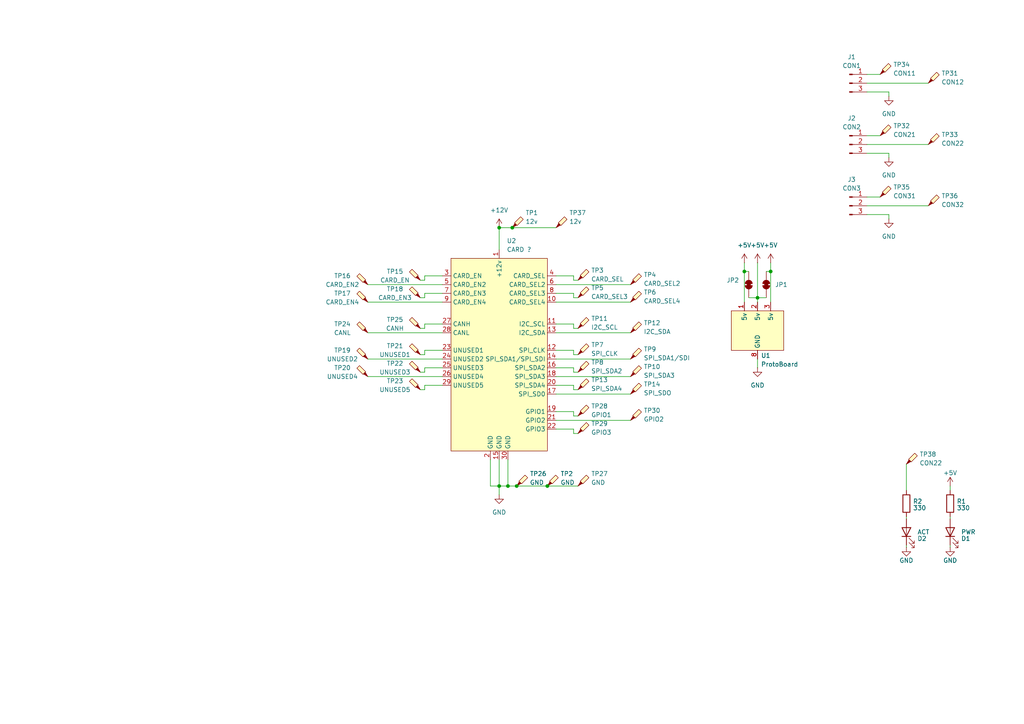
<source format=kicad_sch>
(kicad_sch (version 20231120) (generator "eeschema") (generator_version "8.0")
  (paper "A4")
  (title_block (title "Test/Dev Card") (date "${ISSUE}") (rev "${FULL_REVISION}") (company "Kitsune Scientific"))
  (lib_symbols
    (symbol "Connector:Conn_01x03_Pin" (pin_names (offset 1.016) hide)
      (property "Reference" "J" (at 0 5.08 0))
      (property "Value" "Conn_01x03_Pin" (at 0 -5.08 0))
      (symbol "Conn_01x03_Pin_1_1"
        (polyline (pts (xy 1.27 -2.54) (xy 0.8636 -2.54)) (stroke (width 0.1524)))
        (polyline (pts (xy 1.27 0) (xy 0.8636 0)) (stroke (width 0.1524)))
        (polyline (pts (xy 1.27 2.54) (xy 0.8636 2.54)) (stroke (width 0.1524)))
        (rectangle (start 0.8636 -2.413) (end 0 -2.667) (stroke (width 0.1524)) (fill (type outline)))
        (rectangle (start 0.8636 0.127) (end 0 -0.127) (stroke (width 0.1524)) (fill (type outline)))
        (rectangle (start 0.8636 2.667) (end 0 2.413) (stroke (width 0.1524)) (fill (type outline)))
        (pin passive line (at 5.08 2.54 180) (length 3.81) (name "Pin_1") (number "1"))
        (pin passive line (at 5.08 0 180) (length 3.81) (name "Pin_2") (number "2"))
        (pin passive line (at 5.08 -2.54 180) (length 3.81) (name "Pin_3") (number "3"))
      )
    )
    (symbol "Connector:TestPoint_Probe" (pin_numbers hide) (pin_names (offset 0.762) hide)
      (property "Reference" "TP" (at 1.651 5.842 0))
      (property "Value" "TestPoint_Probe" (at 1.651 4.064 0))
      (symbol "TestPoint_Probe_0_1"
        (polyline (pts (xy 1.27 0.762) (xy 0 0) (xy 0.762 1.27) (xy 1.27 0.762)) (fill (type outline)))
        (polyline (pts (xy 1.397 0.635) (xy 0.635 1.397) (xy 2.413 3.175) (xy 3.175 2.413) (xy 1.397 0.635)) (fill (type background)))
      )
      (symbol "TestPoint_Probe_1_1"
        (pin passive line (at 0 0 90) (length 0) (name "1") (number "1"))
      )
    )
    (symbol "DevCard:ProtoBoard"
      (property "Reference" "U" (at 6.858 11.176 0))
      (property "Value" "ProtoBoard" (at 5.842 -2.54 0))
      (symbol "ProtoBoard_0_1"
        (rectangle (start -7.62 10.16) (end 7.62 -1.27) (fill (type background)))
      )
      (symbol "ProtoBoard_1_1"
        (pin power_in line (at -3.81 12.7 270) (length 2.54) (name "5v") (number "1"))
        (pin power_in line (at 0 12.7 270) (length 2.54) (name "5v") (number "2"))
        (pin power_in line (at 3.81 12.7 270) (length 2.54) (name "5v") (number "3"))
        (pin power_in line (at 0 -3.81 90) (length 2.54) (name "GND") (number "8"))
      )
    )
    (symbol "Device:LED" (pin_numbers hide) (pin_names (offset 1.016) hide)
      (property "Reference" "D" (at 0 2.54 0))
      (property "Value" "LED" (at 0 -2.54 0))
      (symbol "LED_0_1"
        (polyline (pts (xy -1.27 -1.27) (xy -1.27 1.27)) (stroke (width 0.254)))
        (polyline (pts (xy -1.27 0) (xy 1.27 0)))
        (polyline (pts (xy 1.27 -1.27) (xy 1.27 1.27) (xy -1.27 0) (xy 1.27 -1.27)) (stroke (width 0.254)))
        (polyline (pts (xy -3.048 -0.762) (xy -4.572 -2.286) (xy -3.81 -2.286) (xy -4.572 -2.286) (xy -4.572 -1.524)))
        (polyline (pts (xy -1.778 -0.762) (xy -3.302 -2.286) (xy -2.54 -2.286) (xy -3.302 -2.286) (xy -3.302 -1.524)))
      )
      (symbol "LED_1_1"
        (pin passive line (at -3.81 0 0) (length 2.54) (name "K") (number "1"))
        (pin passive line (at 3.81 0 180) (length 2.54) (name "A") (number "2"))
      )
    )
    (symbol "Device:R" (pin_numbers hide) (pin_names (offset 0))
      (property "Reference" "R" (at 2.032 0 90))
      (property "Value" "R" (at 0 0 90))
      (symbol "R_0_1"
        (rectangle (start -1.016 -2.54) (end 1.016 2.54) (stroke (width 0.254)))
      )
      (symbol "R_1_1"
        (pin passive line (at 0 3.81 270) (length 1.27) (name "~") (number "1"))
        (pin passive line (at 0 -3.81 90) (length 1.27) (name "~") (number "2"))
      )
    )
    (symbol "Jumper:SolderJumper_2_Bridged" (pin_numbers hide) (pin_names (offset 0) hide) (exclude_from_sim yes) (in_bom no)
      (property "Reference" "JP" (at 0 2.032 0))
      (property "Value" "SolderJumper_2_Bridged" (at 0 -2.54 0))
      (symbol "SolderJumper_2_Bridged_0_1"
        (rectangle (start -0.508 0.508) (end 0.508 -0.508) (fill (type outline)))
        (arc (start -0.254 1.016) (mid -1.2656 0) (end -0.254 -1.016))
        (arc (start -0.254 1.016) (mid -1.2656 0) (end -0.254 -1.016) (fill (type outline)))
        (polyline (pts (xy -0.254 1.016) (xy -0.254 -1.016)))
        (polyline (pts (xy 0.254 1.016) (xy 0.254 -1.016)))
        (arc (start 0.254 -1.016) (mid 1.2656 0) (end 0.254 1.016))
        (arc (start 0.254 -1.016) (mid 1.2656 0) (end 0.254 1.016) (fill (type outline)))
      )
      (symbol "SolderJumper_2_Bridged_1_1"
        (pin passive line (at -3.81 0 0) (length 2.54) (name "A") (number "1"))
        (pin passive line (at 3.81 0 180) (length 2.54) (name "B") (number "2"))
      )
    )
    (symbol "KenwoodFox:KIT_CONNECTOR"
      (property "Reference" "U" (at 12.7 -41.91 0))
      (property "Value" "CARD ?" (at 10.16 16.51 0))
      (symbol "KIT_CONNECTOR_1_1"
        (rectangle (start -13.97 15.24) (end 13.97 -40.64) (fill (type background)))
        (pin power_out line (at 0 17.78 270) (length 2.54) (name "+12v") (number "1"))
        (pin unspecified line (at 16.51 2.54 180) (length 2.54) (name "CARD_SEL4") (number "10"))
        (pin unspecified line (at 16.51 -3.81 180) (length 2.54) (name "I2C_SCL") (number "11"))
        (pin unspecified line (at 16.51 -11.43 180) (length 2.54) (name "SPI_CLK") (number "12"))
        (pin unspecified line (at 16.51 -6.35 180) (length 2.54) (name "I2C_SDA") (number "13"))
        (pin unspecified line (at 16.51 -13.97 180) (length 2.54) (name "SPI_SDA1/SPI_SDI") (number "14"))
        (pin power_out line (at 0 -43.18 90) (length 2.54) (name "GND") (number "15"))
        (pin unspecified line (at 16.51 -16.51 180) (length 2.54) (name "SPI_SDA2") (number "16"))
        (pin unspecified line (at 16.51 -24.13 180) (length 2.54) (name "SPI_SD0") (number "17"))
        (pin unspecified line (at 16.51 -19.05 180) (length 2.54) (name "SPI_SDA3") (number "18"))
        (pin unspecified line (at 16.51 -29.21 180) (length 2.54) (name "GPIO1") (number "19"))
        (pin power_out line (at -2.54 -43.18 90) (length 2.54) (name "GND") (number "2"))
        (pin unspecified line (at 16.51 -21.59 180) (length 2.54) (name "SPI_SDA4") (number "20"))
        (pin unspecified line (at 16.51 -31.75 180) (length 2.54) (name "GPIO2") (number "21"))
        (pin unspecified line (at 16.51 -34.29 180) (length 2.54) (name "GPIO3") (number "22"))
        (pin unspecified line (at -16.51 -11.43 0) (length 2.54) (name "UNUSED1") (number "23"))
        (pin unspecified line (at -16.51 -13.97 0) (length 2.54) (name "UNUSED2") (number "24"))
        (pin unspecified line (at -16.51 -16.51 0) (length 2.54) (name "UNUSED3") (number "25"))
        (pin unspecified line (at -16.51 -19.05 0) (length 2.54) (name "UNUSED4") (number "26"))
        (pin unspecified line (at -16.51 -3.81 0) (length 2.54) (name "CANH") (number "27"))
        (pin unspecified line (at -16.51 -6.35 0) (length 2.54) (name "CANL") (number "28"))
        (pin unspecified line (at -16.51 -21.59 0) (length 2.54) (name "UNUSED5") (number "29"))
        (pin unspecified line (at -16.51 10.16 0) (length 2.54) (name "CARD_EN") (number "3"))
        (pin power_out line (at 2.54 -43.18 90) (length 2.54) (name "GND") (number "30"))
        (pin unspecified line (at 16.51 10.16 180) (length 2.54) (name "CARD_SEL") (number "4"))
        (pin unspecified line (at -16.51 7.62 0) (length 2.54) (name "CARD_EN2") (number "5"))
        (pin unspecified line (at 16.51 7.62 180) (length 2.54) (name "CARD_SEL2") (number "6"))
        (pin unspecified line (at -16.51 5.08 0) (length 2.54) (name "CARD_EN3") (number "7"))
        (pin unspecified line (at 16.51 5.08 180) (length 2.54) (name "CARD_SEL3") (number "8"))
        (pin unspecified line (at -16.51 2.54 0) (length 2.54) (name "CARD_EN4") (number "9"))
      )
    )
    (symbol "power:+12V" (power) (pin_numbers hide) (pin_names (offset 0) hide)
      (property "Value" "+12V" (at 0 3.556 0))
      (symbol "+12V_0_1"
        (polyline (pts (xy -0.762 1.27) (xy 0 2.54)))
        (polyline (pts (xy 0 0) (xy 0 2.54)))
        (polyline (pts (xy 0 2.54) (xy 0.762 1.27)))
      )
      (symbol "+12V_1_1"
        (pin power_in line (at 0 0 90) (length 0) (name "~") (number "1"))
      )
    )
    (symbol "power:+5V" (power) (pin_numbers hide) (pin_names (offset 0) hide)
      (property "Value" "+5V" (at 0 3.556 0))
      (symbol "+5V_0_1"
        (polyline (pts (xy -0.762 1.27) (xy 0 2.54)))
        (polyline (pts (xy 0 0) (xy 0 2.54)))
        (polyline (pts (xy 0 2.54) (xy 0.762 1.27)))
      )
      (symbol "+5V_1_1"
        (pin power_in line (at 0 0 90) (length 0) (name "~") (number "1"))
      )
    )
    (symbol "power:GND" (power) (pin_numbers hide) (pin_names (offset 0) hide)
      (property "Value" "GND" (at 0 -3.81 0))
      (symbol "GND_0_1"
        (polyline (pts (xy 0 0) (xy 0 -1.27) (xy 1.27 -1.27) (xy 0 -2.54) (xy -1.27 -1.27) (xy 0 -1.27)))
      )
      (symbol "GND_1_1"
        (pin power_in line (at 0 0 270) (length 0) (name "~") (number "1"))
      )
    )
  )
  (junction (at 219.71 86.36))
  (junction (at 147.32 140.97))
  (junction (at 158.75 140.97))
  (junction (at 149.86 140.97))
  (junction (at 215.9 78.74))
  (junction (at 148.59 66.04))
  (junction (at 223.52 78.74))
  (junction (at 144.78 66.04))
  (junction (at 144.78 140.97))
  (wire (pts (xy 166.37 85.09) (xy 161.29 85.09)))
  (wire (pts (xy 251.46 57.15) (xy 255.27 57.15)))
  (wire (pts (xy 257.81 45.72) (xy 257.81 44.45)))
  (wire (pts (xy 262.89 134.62) (xy 262.89 142.24)))
  (wire (pts (xy 123.19 93.98) (xy 128.27 93.98)))
  (wire (pts (xy 166.37 120.65) (xy 167.64 120.65)))
  (wire (pts (xy 251.46 21.59) (xy 255.27 21.59)))
  (wire (pts (xy 166.37 101.6) (xy 161.29 101.6)))
  (wire (pts (xy 123.19 106.68) (xy 128.27 106.68)))
  (wire (pts (xy 223.52 76.2) (xy 223.52 78.74)))
  (wire (pts (xy 166.37 113.03) (xy 166.37 111.76)))
  (wire (pts (xy 123.19 86.36) (xy 123.19 85.09)))
  (wire (pts (xy 161.29 114.3) (xy 182.88 114.3)))
  (wire (pts (xy 123.19 80.01) (xy 128.27 80.01)))
  (wire (pts (xy 106.68 87.63) (xy 128.27 87.63)))
  (wire (pts (xy 123.19 111.76) (xy 128.27 111.76)))
  (wire (pts (xy 257.81 26.67) (xy 251.46 26.67)))
  (wire (pts (xy 275.59 149.86) (xy 275.59 150.495)))
  (wire (pts (xy 166.37 102.87) (xy 167.64 102.87)))
  (wire (pts (xy 166.37 86.36) (xy 167.64 86.36)))
  (wire (pts (xy 161.29 104.14) (xy 182.88 104.14)))
  (wire (pts (xy 142.24 140.97) (xy 144.78 140.97)))
  (wire (pts (xy 144.78 140.97) (xy 147.32 140.97)))
  (wire (pts (xy 123.19 85.09) (xy 128.27 85.09)))
  (wire (pts (xy 121.92 107.95) (xy 123.19 107.95)))
  (wire (pts (xy 251.46 39.37) (xy 255.27 39.37)))
  (wire (pts (xy 142.24 133.35) (xy 142.24 140.97)))
  (wire (pts (xy 166.37 125.73) (xy 167.64 125.73)))
  (wire (pts (xy 123.19 101.6) (xy 128.27 101.6)))
  (wire (pts (xy 166.37 81.28) (xy 167.64 81.28)))
  (wire (pts (xy 121.92 102.87) (xy 123.19 102.87)))
  (wire (pts (xy 257.81 44.45) (xy 251.46 44.45)))
  (wire (pts (xy 161.29 121.92) (xy 182.88 121.92)))
  (wire (pts (xy 257.81 62.23) (xy 251.46 62.23)))
  (wire (pts (xy 106.68 96.52) (xy 128.27 96.52)))
  (wire (pts (xy 215.9 78.74) (xy 217.17 78.74)))
  (wire (pts (xy 166.37 111.76) (xy 161.29 111.76)))
  (wire (pts (xy 166.37 107.95) (xy 167.64 107.95)))
  (wire (pts (xy 161.29 87.63) (xy 182.88 87.63)))
  (wire (pts (xy 166.37 86.36) (xy 166.37 85.09)))
  (wire (pts (xy 121.92 81.28) (xy 123.19 81.28)))
  (wire (pts (xy 166.37 107.95) (xy 166.37 106.68)))
  (wire (pts (xy 166.37 125.73) (xy 166.37 124.46)))
  (wire (pts (xy 149.86 140.97) (xy 158.75 140.97)))
  (wire (pts (xy 106.68 82.55) (xy 128.27 82.55)))
  (wire (pts (xy 166.37 102.87) (xy 166.37 101.6)))
  (wire (pts (xy 215.9 76.2) (xy 215.9 78.74)))
  (wire (pts (xy 123.19 113.03) (xy 123.19 111.76)))
  (wire (pts (xy 262.89 149.86) (xy 262.89 150.495)))
  (wire (pts (xy 121.92 86.36) (xy 123.19 86.36)))
  (wire (pts (xy 257.81 27.94) (xy 257.81 26.67)))
  (wire (pts (xy 166.37 120.65) (xy 166.37 119.38)))
  (wire (pts (xy 123.19 81.28) (xy 123.19 80.01)))
  (wire (pts (xy 123.19 102.87) (xy 123.19 101.6)))
  (wire (pts (xy 275.59 158.115) (xy 275.59 158.75)))
  (wire (pts (xy 219.71 86.36) (xy 219.71 87.63)))
  (wire (pts (xy 121.92 113.03) (xy 123.19 113.03)))
  (wire (pts (xy 158.75 140.97) (xy 167.64 140.97)))
  (wire (pts (xy 166.37 124.46) (xy 161.29 124.46)))
  (wire (pts (xy 251.46 41.91) (xy 269.24 41.91)))
  (wire (pts (xy 219.71 76.2) (xy 219.71 86.36)))
  (wire (pts (xy 166.37 81.28) (xy 166.37 80.01)))
  (wire (pts (xy 123.19 107.95) (xy 123.19 106.68)))
  (wire (pts (xy 166.37 119.38) (xy 161.29 119.38)))
  (wire (pts (xy 161.29 96.52) (xy 182.88 96.52)))
  (wire (pts (xy 123.19 95.25) (xy 123.19 93.98)))
  (wire (pts (xy 106.68 104.14) (xy 128.27 104.14)))
  (wire (pts (xy 147.32 133.35) (xy 147.32 140.97)))
  (wire (pts (xy 121.92 95.25) (xy 123.19 95.25)))
  (wire (pts (xy 217.17 86.36) (xy 219.71 86.36)))
  (wire (pts (xy 215.9 78.74) (xy 215.9 87.63)))
  (wire (pts (xy 223.52 78.74) (xy 223.52 87.63)))
  (wire (pts (xy 161.29 109.22) (xy 182.88 109.22)))
  (wire (pts (xy 275.59 140.97) (xy 275.59 142.24)))
  (wire (pts (xy 166.37 106.68) (xy 161.29 106.68)))
  (wire (pts (xy 148.59 66.04) (xy 161.29 66.04)))
  (wire (pts (xy 147.32 140.97) (xy 149.86 140.97)))
  (wire (pts (xy 257.81 63.5) (xy 257.81 62.23)))
  (wire (pts (xy 166.37 95.25) (xy 167.64 95.25)))
  (wire (pts (xy 144.78 140.97) (xy 144.78 143.51)))
  (wire (pts (xy 166.37 93.98) (xy 161.29 93.98)))
  (wire (pts (xy 219.71 104.14) (xy 219.71 106.68)))
  (wire (pts (xy 106.68 109.22) (xy 128.27 109.22)))
  (wire (pts (xy 251.46 59.69) (xy 269.24 59.69)))
  (wire (pts (xy 166.37 95.25) (xy 166.37 93.98)))
  (wire (pts (xy 219.71 86.36) (xy 222.25 86.36)))
  (wire (pts (xy 148.59 66.04) (xy 144.78 66.04)))
  (wire (pts (xy 222.25 78.74) (xy 223.52 78.74)))
  (wire (pts (xy 166.37 80.01) (xy 161.29 80.01)))
  (wire (pts (xy 166.37 113.03) (xy 167.64 113.03)))
  (wire (pts (xy 262.89 158.115) (xy 262.89 158.75)))
  (wire (pts (xy 251.46 24.13) (xy 269.24 24.13)))
  (wire (pts (xy 144.78 133.35) (xy 144.78 140.97)))
  (wire (pts (xy 161.29 82.55) (xy 182.88 82.55)))
  (wire (pts (xy 144.78 72.39) (xy 144.78 66.04)))
  (symbol (lib_id "Connector:TestPoint_Probe") (at 106.68 82.55 90) (unit 1)
    (property "Reference" "TP16" (at 99.314 80.01 90))
    (property "Value" "CARD_EN2" (at 99.314 82.55 90))
    (property "Footprint" "TestPoint:TestPoint_Bridge_Pitch2.54mm_Drill1.0mm" (effects (hide yes)))
    (property "Description" "test point (alternative probe-style design)" (effects (hide yes)))
  )
  (symbol (lib_id "Connector:TestPoint_Probe") (at 167.64 120.65 0) (unit 1)
    (property "Reference" "TP28" (at 171.45 117.7924 0) (effects (justify left)))
    (property "Value" "GPIO1" (at 171.45 120.3324 0) (effects (justify left)))
    (property "Footprint" "TestPoint:TestPoint_Bridge_Pitch2.54mm_Drill1.0mm" (effects (hide yes)))
    (property "Description" "test point (alternative probe-style design)" (effects (hide yes)))
  )
  (symbol (lib_id "Connector:TestPoint_Probe") (at 167.64 81.28 0) (unit 1)
    (property "Reference" "TP3" (at 171.45 78.4224 0) (effects (justify left)))
    (property "Value" "CARD_SEL" (at 171.45 80.9624 0) (effects (justify left)))
    (property "Footprint" "TestPoint:TestPoint_Bridge_Pitch2.54mm_Drill1.0mm" (effects (hide yes)))
    (property "Description" "test point (alternative probe-style design)" (effects (hide yes)))
  )
  (symbol (lib_id "Connector:TestPoint_Probe") (at 182.88 109.22 0) (unit 1)
    (property "Reference" "TP10" (at 186.69 106.3624 0) (effects (justify left)))
    (property "Value" "SPI_SDA3" (at 186.69 108.9024 0) (effects (justify left)))
    (property "Footprint" "TestPoint:TestPoint_Bridge_Pitch2.54mm_Drill1.0mm" (effects (hide yes)))
    (property "Description" "test point (alternative probe-style design)" (effects (hide yes)))
  )
  (symbol (lib_id "Connector:TestPoint_Probe") (at 167.64 140.97 0) (unit 1)
    (property "Reference" "TP27" (at 171.45 137.414 0) (effects (justify left)))
    (property "Value" "GND" (at 171.45 139.954 0) (effects (justify left)))
    (property "Footprint" "TestPoint:TestPoint_Bridge_Pitch2.54mm_Drill1.0mm" (effects (hide yes)))
    (property "Description" "test point (alternative probe-style design)" (effects (hide yes)))
  )
  (symbol (lib_id "Connector:TestPoint_Probe") (at 182.88 96.52 0) (unit 1)
    (property "Reference" "TP12" (at 186.69 93.6624 0) (effects (justify left)))
    (property "Value" "I2C_SDA" (at 186.69 96.2024 0) (effects (justify left)))
    (property "Footprint" "TestPoint:TestPoint_Bridge_Pitch2.54mm_Drill1.0mm" (effects (hide yes)))
    (property "Description" "test point (alternative probe-style design)" (effects (hide yes)))
  )
  (symbol (lib_id "Device:LED") (at 262.89 154.305 90) (unit 1)
    (property "Reference" "D2" (at 266.065 156.21 90) (effects (justify right)))
    (property "Value" "ACT" (at 266.065 154.305 90) (effects (justify right)))
    (property "Footprint" "LED_THT:LED_D3.0mm_Horizontal_O1.27mm_Z2.0mm" (effects (hide yes)))
  )
  (symbol (lib_id "power:GND") (at 144.78 143.51 0) (unit 1)
    (property "Reference" "#PWR01" (effects (hide yes)))
    (property "Value" "GND" (at 144.78 148.59 0))
    (property "Description" "Power symbol creates a global label with name \"GND\" , ground" (effects (hide yes)))
  )
  (symbol (lib_id "power:GND") (at 257.81 45.72 0) (unit 1)
    (property "Reference" "#PWR07" (effects (hide yes)))
    (property "Value" "GND" (at 257.81 50.8 0))
    (property "Description" "Power symbol creates a global label with name \"GND\" , ground" (effects (hide yes)))
  )
  (symbol (lib_id "Connector:TestPoint_Probe") (at 121.92 81.28 90) (unit 1)
    (property "Reference" "TP15" (at 114.554 78.74 90))
    (property "Value" "CARD_EN" (at 114.554 81.28 90))
    (property "Footprint" "TestPoint:TestPoint_Bridge_Pitch2.54mm_Drill1.0mm" (effects (hide yes)))
    (property "Description" "test point (alternative probe-style design)" (effects (hide yes)))
  )
  (symbol (lib_id "power:+5V") (at 219.71 76.2 0) (unit 1)
    (property "Reference" "#PWR04" (effects (hide yes)))
    (property "Value" "+5V" (at 219.71 71.12 0))
    (property "Description" "Power symbol creates a global label with name \"+5V\"" (effects (hide yes)))
  )
  (symbol (lib_id "KenwoodFox:KIT_CONNECTOR") (at 144.78 90.17 0) (unit 1)
    (property "Reference" "U2" (at 146.9741 69.85 0) (effects (justify left)))
    (property "Value" "CARD ?" (at 146.9741 72.39 0) (effects (justify left)))
    (property "Footprint" "KenwoodFox:Lewis_Card_Connector" (effects (hide yes)))
  )
  (symbol (lib_id "Jumper:SolderJumper_2_Bridged") (at 222.25 82.55 90) (unit 1) (exclude_from_sim yes) (in_bom no)
    (property "Reference" "JP1" (at 224.79 82.5499 90) (effects (justify right)))
    (property "Value" "SolderJumper_2_Bridged" (effects (hide yes)))
    (property "Footprint" "Jumper:SolderJumper-2_P1.3mm_Bridged_Pad1.0x1.5mm" (effects (hide yes)))
    (property "Description" "Solder Jumper, 2-pole, closed/bridged" (effects (hide yes)))
  )
  (symbol (lib_id "Connector:TestPoint_Probe") (at 167.64 86.36 0) (unit 1)
    (property "Reference" "TP5" (at 171.45 83.5024 0) (effects (justify left)))
    (property "Value" "CARD_SEL3" (at 171.45 86.0424 0) (effects (justify left)))
    (property "Footprint" "TestPoint:TestPoint_Bridge_Pitch2.54mm_Drill1.0mm" (effects (hide yes)))
    (property "Description" "test point (alternative probe-style design)" (effects (hide yes)))
  )
  (symbol (lib_id "Connector:TestPoint_Probe") (at 121.92 102.87 90) (unit 1)
    (property "Reference" "TP21" (at 114.554 100.33 90))
    (property "Value" "UNUSED1" (at 114.554 102.87 90))
    (property "Footprint" "TestPoint:TestPoint_Bridge_Pitch2.54mm_Drill1.0mm" (effects (hide yes)))
    (property "Description" "test point (alternative probe-style design)" (effects (hide yes)))
  )
  (symbol (lib_id "Connector:TestPoint_Probe") (at 182.88 114.3 0) (unit 1)
    (property "Reference" "TP14" (at 186.69 111.4424 0) (effects (justify left)))
    (property "Value" "SPI_SDO" (at 186.69 113.9824 0) (effects (justify left)))
    (property "Footprint" "TestPoint:TestPoint_Bridge_Pitch2.54mm_Drill1.0mm" (effects (hide yes)))
    (property "Description" "test point (alternative probe-style design)" (effects (hide yes)))
  )
  (symbol (lib_id "DevCard:ProtoBoard") (at 219.71 100.33 0) (unit 1)
    (property "Reference" "U1" (at 220.726 103.124 0) (effects (justify left)))
    (property "Value" "ProtoBoard" (at 220.726 105.664 0) (effects (justify left)))
    (property "Footprint" "Dev_Card:ProtoBoardLayout" (effects (hide yes)))
  )
  (symbol (lib_id "Device:R") (at 262.89 146.05 180) (unit 1)
    (property "Reference" "R2" (at 264.795 145.415 0) (effects (justify right)))
    (property "Value" "330" (at 264.795 147.32 0) (effects (justify right)))
    (property "Footprint" "Resistor_SMD:R_0805_2012Metric" (effects (hide yes)))
  )
  (symbol (lib_id "Jumper:SolderJumper_2_Bridged") (at 217.17 82.55 90) (unit 1) (exclude_from_sim yes) (in_bom no)
    (property "Reference" "JP2" (at 214.376 81.28 90) (effects (justify left)))
    (property "Value" "SolderJumper_2_Bridged" (effects (hide yes)))
    (property "Footprint" "Jumper:SolderJumper-2_P1.3mm_Bridged_Pad1.0x1.5mm" (effects (hide yes)))
    (property "Description" "Solder Jumper, 2-pole, closed/bridged" (effects (hide yes)))
  )
  (symbol (lib_id "Connector:TestPoint_Probe") (at 269.24 24.13 0) (unit 1)
    (property "Reference" "TP31" (at 273.05 21.2724 0) (effects (justify left)))
    (property "Value" "CON12" (at 273.05 23.8124 0) (effects (justify left)))
    (property "Footprint" "TestPoint:TestPoint_Bridge_Pitch2.54mm_Drill1.0mm" (effects (hide yes)))
    (property "Description" "test point (alternative probe-style design)" (effects (hide yes)))
  )
  (symbol (lib_id "Connector:TestPoint_Probe") (at 106.68 96.52 90) (unit 1)
    (property "Reference" "TP24" (at 99.314 93.98 90))
    (property "Value" "CANL" (at 99.314 96.52 90))
    (property "Footprint" "TestPoint:TestPoint_Bridge_Pitch2.54mm_Drill1.0mm" (effects (hide yes)))
    (property "Description" "test point (alternative probe-style design)" (effects (hide yes)))
  )
  (symbol (lib_id "Connector:TestPoint_Probe") (at 106.68 87.63 90) (unit 1)
    (property "Reference" "TP17" (at 99.314 85.09 90))
    (property "Value" "CARD_EN4" (at 99.314 87.63 90))
    (property "Footprint" "TestPoint:TestPoint_Bridge_Pitch2.54mm_Drill1.0mm" (effects (hide yes)))
    (property "Description" "test point (alternative probe-style design)" (effects (hide yes)))
  )
  (symbol (lib_id "Connector:TestPoint_Probe") (at 262.89 134.62 0) (unit 1)
    (property "Reference" "TP38" (at 266.7 131.7624 0) (effects (justify left)))
    (property "Value" "CON22" (at 266.7 134.3024 0) (effects (justify left)))
    (property "Footprint" "TestPoint:TestPoint_Bridge_Pitch2.54mm_Drill1.0mm" (effects (hide yes)))
    (property "Description" "test point (alternative probe-style design)" (effects (hide yes)))
  )
  (symbol (lib_id "Connector:TestPoint_Probe") (at 121.92 86.36 90) (unit 1)
    (property "Reference" "TP18" (at 114.554 83.82 90))
    (property "Value" "CARD_EN3" (at 114.554 86.36 90))
    (property "Footprint" "TestPoint:TestPoint_Bridge_Pitch2.54mm_Drill1.0mm" (effects (hide yes)))
    (property "Description" "test point (alternative probe-style design)" (effects (hide yes)))
  )
  (symbol (lib_id "Connector:TestPoint_Probe") (at 167.64 113.03 0) (unit 1)
    (property "Reference" "TP13" (at 171.45 110.1724 0) (effects (justify left)))
    (property "Value" "SPI_SDA4" (at 171.45 112.7124 0) (effects (justify left)))
    (property "Footprint" "TestPoint:TestPoint_Bridge_Pitch2.54mm_Drill1.0mm" (effects (hide yes)))
    (property "Description" "test point (alternative probe-style design)" (effects (hide yes)))
  )
  (symbol (lib_id "Connector:TestPoint_Probe") (at 158.75 140.97 0) (unit 1)
    (property "Reference" "TP2" (at 162.56 137.414 0) (effects (justify left)))
    (property "Value" "GND" (at 162.56 139.954 0) (effects (justify left)))
    (property "Footprint" "TestPoint:TestPoint_Bridge_Pitch2.54mm_Drill1.0mm" (effects (hide yes)))
    (property "Description" "test point (alternative probe-style design)" (effects (hide yes)))
  )
  (symbol (lib_id "power:GND") (at 275.59 158.75 0) (unit 1)
    (property "Reference" "#PWR011" (effects (hide yes)))
    (property "Value" "GND" (at 275.59 162.56 0))
  )
  (symbol (lib_id "power:GND") (at 257.81 63.5 0) (unit 1)
    (property "Reference" "#PWR08" (effects (hide yes)))
    (property "Value" "GND" (at 257.81 68.58 0))
    (property "Description" "Power symbol creates a global label with name \"GND\" , ground" (effects (hide yes)))
  )
  (symbol (lib_id "Connector:TestPoint_Probe") (at 182.88 121.92 0) (unit 1)
    (property "Reference" "TP30" (at 186.69 119.0624 0) (effects (justify left)))
    (property "Value" "GPIO2" (at 186.69 121.6024 0) (effects (justify left)))
    (property "Footprint" "TestPoint:TestPoint_Bridge_Pitch2.54mm_Drill1.0mm" (effects (hide yes)))
    (property "Description" "test point (alternative probe-style design)" (effects (hide yes)))
  )
  (symbol (lib_id "Device:LED") (at 275.59 154.305 90) (unit 1)
    (property "Reference" "D1" (at 278.765 156.21 90) (effects (justify right)))
    (property "Value" "PWR" (at 278.765 154.305 90) (effects (justify right)))
    (property "Footprint" "LED_THT:LED_D3.0mm_Horizontal_O1.27mm_Z2.0mm" (effects (hide yes)))
  )
  (symbol (lib_id "Connector:TestPoint_Probe") (at 167.64 125.73 0) (unit 1)
    (property "Reference" "TP29" (at 171.45 122.8724 0) (effects (justify left)))
    (property "Value" "GPIO3" (at 171.45 125.4124 0) (effects (justify left)))
    (property "Footprint" "TestPoint:TestPoint_Bridge_Pitch2.54mm_Drill1.0mm" (effects (hide yes)))
    (property "Description" "test point (alternative probe-style design)" (effects (hide yes)))
  )
  (symbol (lib_id "Connector:TestPoint_Probe") (at 255.27 21.59 0) (unit 1)
    (property "Reference" "TP34" (at 259.08 18.7324 0) (effects (justify left)))
    (property "Value" "CON11" (at 259.08 21.2724 0) (effects (justify left)))
    (property "Footprint" "TestPoint:TestPoint_Bridge_Pitch2.54mm_Drill1.0mm" (effects (hide yes)))
    (property "Description" "test point (alternative probe-style design)" (effects (hide yes)))
  )
  (symbol (lib_id "power:+5V") (at 215.9 76.2 0) (unit 1)
    (property "Reference" "#PWR05" (effects (hide yes)))
    (property "Value" "+5V" (at 215.9 71.12 0))
    (property "Description" "Power symbol creates a global label with name \"+5V\"" (effects (hide yes)))
  )
  (symbol (lib_id "Connector:Conn_01x03_Pin") (at 246.38 24.13 0) (unit 1)
    (property "Reference" "J1" (at 247.015 16.51 0))
    (property "Value" "CON1" (at 247.015 19.05 0))
    (property "Footprint" "Connector_JST:JST_XH_S3B-XH-A-1_1x03_P2.50mm_Horizontal" (effects (hide yes)))
    (property "Description" "Generic connector, single row, 01x03, script generated" (effects (hide yes)))
  )
  (symbol (lib_id "Connector:TestPoint_Probe") (at 269.24 59.69 0) (unit 1)
    (property "Reference" "TP36" (at 273.05 56.8324 0) (effects (justify left)))
    (property "Value" "CON32" (at 273.05 59.3724 0) (effects (justify left)))
    (property "Footprint" "TestPoint:TestPoint_Bridge_Pitch2.54mm_Drill1.0mm" (effects (hide yes)))
    (property "Description" "test point (alternative probe-style design)" (effects (hide yes)))
  )
  (symbol (lib_id "power:GND") (at 262.89 158.75 0) (unit 1)
    (property "Reference" "#PWR013" (effects (hide yes)))
    (property "Value" "GND" (at 262.89 162.56 0))
  )
  (symbol (lib_id "power:+5V") (at 223.52 76.2 0) (unit 1)
    (property "Reference" "#PWR06" (effects (hide yes)))
    (property "Value" "+5V" (at 223.52 71.12 0))
    (property "Description" "Power symbol creates a global label with name \"+5V\"" (effects (hide yes)))
  )
  (symbol (lib_id "Connector:TestPoint_Probe") (at 167.64 95.25 0) (unit 1)
    (property "Reference" "TP11" (at 171.45 92.3924 0) (effects (justify left)))
    (property "Value" "I2C_SCL" (at 171.45 94.9324 0) (effects (justify left)))
    (property "Footprint" "TestPoint:TestPoint_Bridge_Pitch2.54mm_Drill1.0mm" (effects (hide yes)))
    (property "Description" "test point (alternative probe-style design)" (effects (hide yes)))
  )
  (symbol (lib_id "Connector:TestPoint_Probe") (at 255.27 57.15 0) (unit 1)
    (property "Reference" "TP35" (at 259.08 54.2924 0) (effects (justify left)))
    (property "Value" "CON31" (at 259.08 56.8324 0) (effects (justify left)))
    (property "Footprint" "TestPoint:TestPoint_Bridge_Pitch2.54mm_Drill1.0mm" (effects (hide yes)))
    (property "Description" "test point (alternative probe-style design)" (effects (hide yes)))
  )
  (symbol (lib_id "Connector:TestPoint_Probe") (at 161.29 66.04 0) (unit 1)
    (property "Reference" "TP37" (at 165.1 61.722 0) (effects (justify left)))
    (property "Value" "12v" (at 165.1 64.262 0) (effects (justify left)))
    (property "Footprint" "TestPoint:TestPoint_Bridge_Pitch2.54mm_Drill1.0mm" (effects (hide yes)))
    (property "Description" "test point (alternative probe-style design)" (effects (hide yes)))
  )
  (symbol (lib_id "power:+5V") (at 275.59 140.97 0) (unit 1)
    (property "Reference" "#PWR010" (effects (hide yes)))
    (property "Value" "+5V" (at 275.59 137.16 0))
  )
  (symbol (lib_id "Connector:TestPoint_Probe") (at 106.68 104.14 90) (unit 1)
    (property "Reference" "TP19" (at 99.314 101.6 90))
    (property "Value" "UNUSED2" (at 99.314 104.14 90))
    (property "Footprint" "TestPoint:TestPoint_Bridge_Pitch2.54mm_Drill1.0mm" (effects (hide yes)))
    (property "Description" "test point (alternative probe-style design)" (effects (hide yes)))
  )
  (symbol (lib_id "Connector:TestPoint_Probe") (at 167.64 102.87 0) (unit 1)
    (property "Reference" "TP7" (at 171.45 100.0124 0) (effects (justify left)))
    (property "Value" "SPI_CLK" (at 171.45 102.5524 0) (effects (justify left)))
    (property "Footprint" "TestPoint:TestPoint_Bridge_Pitch2.54mm_Drill1.0mm" (effects (hide yes)))
    (property "Description" "test point (alternative probe-style design)" (effects (hide yes)))
  )
  (symbol (lib_id "power:GND") (at 219.71 106.68 0) (unit 1)
    (property "Reference" "#PWR03" (effects (hide yes)))
    (property "Value" "GND" (at 219.71 111.76 0))
    (property "Description" "Power symbol creates a global label with name \"GND\" , ground" (effects (hide yes)))
  )
  (symbol (lib_id "Device:R") (at 275.59 146.05 180) (unit 1)
    (property "Reference" "R1" (at 277.495 145.415 0) (effects (justify right)))
    (property "Value" "330" (at 277.495 147.32 0) (effects (justify right)))
    (property "Footprint" "Resistor_SMD:R_0805_2012Metric" (effects (hide yes)))
  )
  (symbol (lib_id "Connector:TestPoint_Probe") (at 182.88 87.63 0) (unit 1)
    (property "Reference" "TP6" (at 186.69 84.7724 0) (effects (justify left)))
    (property "Value" "CARD_SEL4" (at 186.69 87.3124 0) (effects (justify left)))
    (property "Footprint" "TestPoint:TestPoint_Bridge_Pitch2.54mm_Drill1.0mm" (effects (hide yes)))
    (property "Description" "test point (alternative probe-style design)" (effects (hide yes)))
  )
  (symbol (lib_id "Connector:TestPoint_Probe") (at 269.24 41.91 0) (unit 1)
    (property "Reference" "TP33" (at 273.05 39.0524 0) (effects (justify left)))
    (property "Value" "CON22" (at 273.05 41.5924 0) (effects (justify left)))
    (property "Footprint" "TestPoint:TestPoint_Bridge_Pitch2.54mm_Drill1.0mm" (effects (hide yes)))
    (property "Description" "test point (alternative probe-style design)" (effects (hide yes)))
  )
  (symbol (lib_id "Connector:TestPoint_Probe") (at 106.68 109.22 90) (unit 1)
    (property "Reference" "TP20" (at 99.314 106.68 90))
    (property "Value" "UNUSED4" (at 99.314 109.22 90))
    (property "Footprint" "TestPoint:TestPoint_Bridge_Pitch2.54mm_Drill1.0mm" (effects (hide yes)))
    (property "Description" "test point (alternative probe-style design)" (effects (hide yes)))
  )
  (symbol (lib_id "Connector:TestPoint_Probe") (at 182.88 104.14 0) (unit 1)
    (property "Reference" "TP9" (at 186.69 101.2824 0) (effects (justify left)))
    (property "Value" "SPI_SDA1/SDI" (at 186.69 103.8224 0) (effects (justify left)))
    (property "Footprint" "TestPoint:TestPoint_Bridge_Pitch2.54mm_Drill1.0mm" (effects (hide yes)))
    (property "Description" "test point (alternative probe-style design)" (effects (hide yes)))
  )
  (symbol (lib_id "power:GND") (at 257.81 27.94 0) (unit 1)
    (property "Reference" "#PWR09" (effects (hide yes)))
    (property "Value" "GND" (at 257.81 33.02 0))
    (property "Description" "Power symbol creates a global label with name \"GND\" , ground" (effects (hide yes)))
  )
  (symbol (lib_id "Connector:TestPoint_Probe") (at 121.92 113.03 90) (unit 1)
    (property "Reference" "TP23" (at 114.554 110.49 90))
    (property "Value" "UNUSED5" (at 114.554 113.03 90))
    (property "Footprint" "TestPoint:TestPoint_Bridge_Pitch2.54mm_Drill1.0mm" (effects (hide yes)))
    (property "Description" "test point (alternative probe-style design)" (effects (hide yes)))
  )
  (symbol (lib_id "Connector:TestPoint_Probe") (at 255.27 39.37 0) (unit 1)
    (property "Reference" "TP32" (at 259.08 36.5124 0) (effects (justify left)))
    (property "Value" "CON21" (at 259.08 39.0524 0) (effects (justify left)))
    (property "Footprint" "TestPoint:TestPoint_Bridge_Pitch2.54mm_Drill1.0mm" (effects (hide yes)))
    (property "Description" "test point (alternative probe-style design)" (effects (hide yes)))
  )
  (symbol (lib_id "power:+12V") (at 144.78 66.04 0) (unit 1)
    (property "Reference" "#PWR02" (effects (hide yes)))
    (property "Value" "+12V" (at 144.78 60.96 0))
    (property "Description" "Power symbol creates a global label with name \"+12V\"" (effects (hide yes)))
  )
  (symbol (lib_id "Connector:TestPoint_Probe") (at 121.92 107.95 90) (unit 1)
    (property "Reference" "TP22" (at 114.554 105.41 90))
    (property "Value" "UNUSED3" (at 114.554 107.95 90))
    (property "Footprint" "TestPoint:TestPoint_Bridge_Pitch2.54mm_Drill1.0mm" (effects (hide yes)))
    (property "Description" "test point (alternative probe-style design)" (effects (hide yes)))
  )
  (symbol (lib_id "Connector:Conn_01x03_Pin") (at 246.38 59.69 0) (unit 1)
    (property "Reference" "J3" (at 247.015 52.07 0))
    (property "Value" "CON3" (at 247.015 54.61 0))
    (property "Footprint" "Connector_JST:JST_XH_S3B-XH-A-1_1x03_P2.50mm_Horizontal" (effects (hide yes)))
    (property "Description" "Generic connector, single row, 01x03, script generated" (effects (hide yes)))
  )
  (symbol (lib_id "Connector:TestPoint_Probe") (at 182.88 82.55 0) (unit 1)
    (property "Reference" "TP4" (at 186.69 79.6924 0) (effects (justify left)))
    (property "Value" "CARD_SEL2" (at 186.69 82.2324 0) (effects (justify left)))
    (property "Footprint" "TestPoint:TestPoint_Bridge_Pitch2.54mm_Drill1.0mm" (effects (hide yes)))
    (property "Description" "test point (alternative probe-style design)" (effects (hide yes)))
  )
  (symbol (lib_id "Connector:TestPoint_Probe") (at 167.64 107.95 0) (unit 1)
    (property "Reference" "TP8" (at 171.45 105.0924 0) (effects (justify left)))
    (property "Value" "SPI_SDA2" (at 171.45 107.6324 0) (effects (justify left)))
    (property "Footprint" "TestPoint:TestPoint_Bridge_Pitch2.54mm_Drill1.0mm" (effects (hide yes)))
    (property "Description" "test point (alternative probe-style design)" (effects (hide yes)))
  )
  (symbol (lib_id "Connector:TestPoint_Probe") (at 121.92 95.25 90) (unit 1)
    (property "Reference" "TP25" (at 114.554 92.71 90))
    (property "Value" "CANH" (at 114.554 95.25 90))
    (property "Footprint" "TestPoint:TestPoint_Bridge_Pitch2.54mm_Drill1.0mm" (effects (hide yes)))
    (property "Description" "test point (alternative probe-style design)" (effects (hide yes)))
  )
  (symbol (lib_id "Connector:Conn_01x03_Pin") (at 246.38 41.91 0) (unit 1)
    (property "Reference" "J2" (at 247.015 34.29 0))
    (property "Value" "CON2" (at 247.015 36.83 0))
    (property "Footprint" "Connector_JST:JST_XH_S3B-XH-A-1_1x03_P2.50mm_Horizontal" (effects (hide yes)))
    (property "Description" "Generic connector, single row, 01x03, script generated" (effects (hide yes)))
  )
  (symbol (lib_id "Connector:TestPoint_Probe") (at 149.86 140.97 0) (unit 1)
    (property "Reference" "TP26" (at 153.67 137.414 0) (effects (justify left)))
    (property "Value" "GND" (at 153.67 139.954 0) (effects (justify left)))
    (property "Footprint" "TestPoint:TestPoint_Bridge_Pitch2.54mm_Drill1.0mm" (effects (hide yes)))
    (property "Description" "test point (alternative probe-style design)" (effects (hide yes)))
  )
  (symbol (lib_id "Connector:TestPoint_Probe") (at 148.59 66.04 0) (unit 1)
    (property "Reference" "TP1" (at 152.4 61.722 0) (effects (justify left)))
    (property "Value" "12v" (at 152.4 64.262 0) (effects (justify left)))
    (property "Footprint" "TestPoint:TestPoint_Bridge_Pitch2.54mm_Drill1.0mm" (effects (hide yes)))
    (property "Description" "test point (alternative probe-style design)" (effects (hide yes)))
  )
)
</source>
